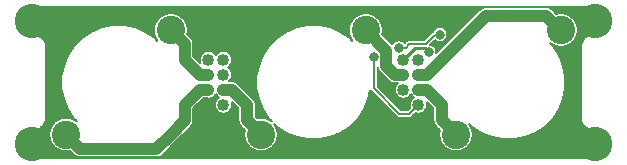
<source format=gbr>
G04 #@! TF.GenerationSoftware,KiCad,Pcbnew,(5.1.4)-1*
G04 #@! TF.CreationDate,2019-11-14T22:55:44-08:00*
G04 #@! TF.ProjectId,SkateLightLEDBoard,536b6174-654c-4696-9768-744c4544426f,rev?*
G04 #@! TF.SameCoordinates,Original*
G04 #@! TF.FileFunction,Copper,L2,Bot*
G04 #@! TF.FilePolarity,Positive*
%FSLAX46Y46*%
G04 Gerber Fmt 4.6, Leading zero omitted, Abs format (unit mm)*
G04 Created by KiCad (PCBNEW (5.1.4)-1) date 2019-11-14 22:55:44*
%MOMM*%
%LPD*%
G04 APERTURE LIST*
%ADD10C,1.016000*%
%ADD11C,2.921000*%
%ADD12C,2.400000*%
%ADD13C,0.800000*%
%ADD14C,0.250000*%
%ADD15C,1.000000*%
%ADD16C,0.200000*%
%ADD17C,0.152400*%
G04 APERTURE END LIST*
D10*
X-8890000Y-1905000D03*
X-7620000Y-1905000D03*
X-8890000Y-635000D03*
X-7620000Y-635000D03*
X-8890000Y635000D03*
X-7620000Y635000D03*
X-8890000Y1905000D03*
X-7620000Y1905000D03*
D11*
X8255000Y-4953000D03*
X8255000Y4953000D03*
X-8255000Y-4953000D03*
X-8255000Y4953000D03*
D10*
X7620000Y-1905000D03*
X8890000Y-1905000D03*
X7620000Y-635000D03*
X8890000Y-635000D03*
X7620000Y635000D03*
X8890000Y635000D03*
X7620000Y1905000D03*
X8890000Y1905000D03*
D11*
X23812500Y5207000D03*
X23812500Y-5207000D03*
X-23812500Y5207000D03*
X-23812500Y-5207000D03*
D12*
X20933000Y4423000D03*
X12087000Y-4423000D03*
X4423000Y4423000D03*
X-4423000Y-4423000D03*
X-12087000Y4423000D03*
X-20933000Y-4423000D03*
D13*
X9786398Y2556260D03*
X5102860Y2176780D03*
X7236460Y2923540D03*
X10716260Y4036060D03*
D14*
X7620000Y1905000D02*
X8577688Y2862688D01*
X8577688Y2862688D02*
X9479970Y2862688D01*
X9479970Y2862688D02*
X9786398Y2556260D01*
D15*
X6155262Y1381318D02*
X6901580Y635000D01*
X6901580Y635000D02*
X7620000Y635000D01*
X6155262Y2690738D02*
X6155262Y1381318D01*
X4423000Y4423000D02*
X6155262Y2690738D01*
X9608420Y-635000D02*
X8890000Y-635000D01*
X10887001Y-1913581D02*
X9608420Y-635000D01*
X10887001Y-3223001D02*
X10887001Y-1913581D01*
X12087000Y-4423000D02*
X10887001Y-3223001D01*
X14596419Y5622999D02*
X9608420Y635000D01*
X9608420Y635000D02*
X8890000Y635000D01*
X19733001Y5622999D02*
X14596419Y5622999D01*
X20933000Y4423000D02*
X19733001Y5622999D01*
X-6901580Y-635000D02*
X-7620000Y-635000D01*
X-5622999Y-1913581D02*
X-6901580Y-635000D01*
X-5622999Y-3223001D02*
X-5622999Y-1913581D01*
X-4423000Y-4423000D02*
X-5622999Y-3223001D01*
X-9608420Y635000D02*
X-8890000Y635000D01*
X-10887001Y1913581D02*
X-9608420Y635000D01*
X-10887001Y3223001D02*
X-10887001Y1913581D01*
X-12087000Y4423000D02*
X-10887001Y3223001D01*
X-13286999Y-5622999D02*
X-12087000Y-4423000D01*
X-19733001Y-5622999D02*
X-13286999Y-5622999D01*
X-20933000Y-4423000D02*
X-19733001Y-5622999D01*
X-9608420Y-635000D02*
X-8890000Y-635000D01*
X-10887001Y-1913581D02*
X-9608420Y-635000D01*
X-10887001Y-3223001D02*
X-10887001Y-1913581D01*
X-12087000Y-4423000D02*
X-10887001Y-3223001D01*
D16*
X5102860Y-513254D02*
X5102860Y2176780D01*
X8890000Y-1905000D02*
X8129599Y-2665401D01*
X7255007Y-2665401D02*
X5102860Y-513254D01*
X8129599Y-2665401D02*
X7255007Y-2665401D01*
X8118704Y3240099D02*
X9513899Y3240099D01*
X7802145Y2923540D02*
X8118704Y3240099D01*
X7236460Y2923540D02*
X7802145Y2923540D01*
X9513899Y3240099D02*
X10309860Y4036060D01*
X10309860Y4036060D02*
X10716260Y4036060D01*
D17*
G36*
X24046977Y6389146D02*
G01*
X24272131Y6321087D01*
X24479769Y6210594D01*
X24661994Y6061874D01*
X24811861Y5880592D01*
X24923662Y5673655D01*
X24993142Y5448940D01*
X25017650Y5215015D01*
X24996254Y4980779D01*
X24929769Y4755161D01*
X24820727Y4546751D01*
X24673283Y4363494D01*
X24493052Y4212365D01*
X24286898Y4099120D01*
X24062680Y4028077D01*
X23822046Y4001168D01*
X23712678Y4004450D01*
X23712535Y4004440D01*
X23651689Y4006439D01*
X23635983Y4005418D01*
X23620244Y4005523D01*
X23616715Y4005176D01*
X23468818Y3989581D01*
X23446230Y3984936D01*
X23423658Y3980623D01*
X23420268Y3979598D01*
X23420262Y3979597D01*
X23420256Y3979595D01*
X23278212Y3935573D01*
X23256947Y3926626D01*
X23235651Y3918014D01*
X23232529Y3916352D01*
X23232519Y3916348D01*
X23232511Y3916343D01*
X23101726Y3845572D01*
X23082657Y3832700D01*
X23063383Y3820079D01*
X23060636Y3817837D01*
X22946080Y3723003D01*
X22929824Y3706622D01*
X22913422Y3690550D01*
X22911168Y3687823D01*
X22911161Y3687816D01*
X22911156Y3687808D01*
X22817208Y3572539D01*
X22804438Y3553306D01*
X22791474Y3534359D01*
X22789794Y3531250D01*
X22789788Y3531241D01*
X22789784Y3531232D01*
X22720014Y3399908D01*
X22711225Y3378563D01*
X22702187Y3357457D01*
X22701139Y3354069D01*
X22658203Y3211685D01*
X22653723Y3189024D01*
X22648961Y3166582D01*
X22648592Y3163064D01*
X22648590Y3163054D01*
X22648590Y3163045D01*
X22636607Y3040410D01*
X22636600Y3040388D01*
X22632924Y3003064D01*
X22632925Y12469D01*
X22632924Y-3003064D01*
X22633436Y-3008265D01*
X22635559Y-3061562D01*
X22637717Y-3077155D01*
X22638755Y-3092856D01*
X22639357Y-3096351D01*
X22665644Y-3242726D01*
X22671922Y-3264941D01*
X22677857Y-3287118D01*
X22679126Y-3290429D01*
X22733343Y-3428910D01*
X22743804Y-3449458D01*
X22753945Y-3470085D01*
X22755830Y-3473082D01*
X22755833Y-3473087D01*
X22755836Y-3473091D01*
X22835915Y-3598399D01*
X22850183Y-3616543D01*
X22864123Y-3634788D01*
X22866553Y-3637361D01*
X22866558Y-3637367D01*
X22866563Y-3637372D01*
X22969455Y-3744738D01*
X22986929Y-3759726D01*
X23004193Y-3774956D01*
X23007083Y-3777011D01*
X23128876Y-3862352D01*
X23148955Y-3873675D01*
X23168822Y-3885247D01*
X23172056Y-3886702D01*
X23308105Y-3946761D01*
X23330039Y-3953981D01*
X23351737Y-3961460D01*
X23355182Y-3962257D01*
X23355192Y-3962260D01*
X23355202Y-3962261D01*
X23500315Y-3994749D01*
X23523186Y-3997565D01*
X23545972Y-4000694D01*
X23549516Y-4000807D01*
X23549517Y-4000807D01*
X23698188Y-4004490D01*
X23698411Y-4004474D01*
X23698937Y-4004490D01*
X23958976Y-4010759D01*
X24188536Y-4061991D01*
X24403777Y-4156838D01*
X24596491Y-4291682D01*
X24759348Y-4461395D01*
X24886136Y-4659503D01*
X24972031Y-4878466D01*
X25013761Y-5109946D01*
X25009734Y-5345124D01*
X24960106Y-5575033D01*
X24866765Y-5790929D01*
X24733268Y-5984583D01*
X24564699Y-6148619D01*
X24367480Y-6276788D01*
X24149119Y-6364210D01*
X23911139Y-6408829D01*
X23804981Y-6413500D01*
X-23799449Y-6413500D01*
X-24046977Y-6389146D01*
X-24272129Y-6321087D01*
X-24479766Y-6210596D01*
X-24661992Y-6061876D01*
X-24811860Y-5880595D01*
X-24923662Y-5673655D01*
X-24993142Y-5448937D01*
X-25017650Y-5215014D01*
X-24996254Y-4980779D01*
X-24929769Y-4755161D01*
X-24820728Y-4546754D01*
X-24673284Y-4363496D01*
X-24576449Y-4282295D01*
X-22361600Y-4282295D01*
X-22361600Y-4563705D01*
X-22306699Y-4839707D01*
X-22199009Y-5099696D01*
X-22042666Y-5333679D01*
X-21843679Y-5532666D01*
X-21609696Y-5689009D01*
X-21349707Y-5796699D01*
X-21073705Y-5851600D01*
X-20792295Y-5851600D01*
X-20577518Y-5808878D01*
X-20273510Y-6112885D01*
X-20250692Y-6140690D01*
X-20139748Y-6231739D01*
X-20024363Y-6293413D01*
X-20013173Y-6299394D01*
X-19875832Y-6341056D01*
X-19733001Y-6355124D01*
X-19697212Y-6351599D01*
X-13322788Y-6351599D01*
X-13286999Y-6355124D01*
X-13251210Y-6351599D01*
X-13144168Y-6341056D01*
X-13006827Y-6299394D01*
X-12880252Y-6231739D01*
X-12769308Y-6140690D01*
X-12746485Y-6112880D01*
X-11546496Y-4912892D01*
X-11546492Y-4912887D01*
X-10397110Y-3763506D01*
X-10369311Y-3740692D01*
X-10278261Y-3629748D01*
X-10210606Y-3503173D01*
X-10168944Y-3365832D01*
X-10158401Y-3258790D01*
X-10158401Y-3258789D01*
X-10154876Y-3223001D01*
X-10158401Y-3187212D01*
X-10158401Y-2215376D01*
X-9306624Y-1363600D01*
X-9002768Y-1363600D01*
X-8962549Y-1371600D01*
X-8817451Y-1371600D01*
X-8675142Y-1343293D01*
X-8541089Y-1287766D01*
X-8420445Y-1207155D01*
X-8317845Y-1104555D01*
X-8255000Y-1010500D01*
X-8192155Y-1104555D01*
X-8089555Y-1207155D01*
X-7995500Y-1270000D01*
X-8089555Y-1332845D01*
X-8192155Y-1435445D01*
X-8272766Y-1556089D01*
X-8328293Y-1690142D01*
X-8356600Y-1832451D01*
X-8356600Y-1977549D01*
X-8328293Y-2119858D01*
X-8272766Y-2253911D01*
X-8192155Y-2374555D01*
X-8089555Y-2477155D01*
X-7968911Y-2557766D01*
X-7834858Y-2613293D01*
X-7692549Y-2641600D01*
X-7547451Y-2641600D01*
X-7405142Y-2613293D01*
X-7271089Y-2557766D01*
X-7150445Y-2477155D01*
X-7047845Y-2374555D01*
X-6967234Y-2253911D01*
X-6911707Y-2119858D01*
X-6883400Y-1977549D01*
X-6883400Y-1832451D01*
X-6911707Y-1690142D01*
X-6936367Y-1630609D01*
X-6351598Y-2215378D01*
X-6351599Y-3187212D01*
X-6355124Y-3223001D01*
X-6348041Y-3294909D01*
X-6341056Y-3365831D01*
X-6299394Y-3503172D01*
X-6231739Y-3629747D01*
X-6140690Y-3740691D01*
X-6112885Y-3763511D01*
X-5808878Y-4067518D01*
X-5851600Y-4282295D01*
X-5851600Y-4563705D01*
X-5796699Y-4839707D01*
X-5689009Y-5099696D01*
X-5532666Y-5333679D01*
X-5333679Y-5532666D01*
X-5099696Y-5689009D01*
X-4839707Y-5796699D01*
X-4563705Y-5851600D01*
X-4282295Y-5851600D01*
X-4006293Y-5796699D01*
X-3746304Y-5689009D01*
X-3512321Y-5532666D01*
X-3313334Y-5333679D01*
X-3156991Y-5099696D01*
X-3049301Y-4839707D01*
X-2994400Y-4563705D01*
X-2994400Y-4282295D01*
X-3049301Y-4006293D01*
X-3156991Y-3746304D01*
X-3307259Y-3521413D01*
X-3078053Y-3750619D01*
X-2287200Y-4279050D01*
X-1408451Y-4643040D01*
X-475576Y-4828600D01*
X475576Y-4828600D01*
X1408451Y-4643040D01*
X2287200Y-4279050D01*
X3078053Y-3750619D01*
X3750619Y-3078053D01*
X4279050Y-2287200D01*
X4643040Y-1408451D01*
X4796698Y-635960D01*
X4797805Y-639611D01*
X4828318Y-696697D01*
X4852120Y-725700D01*
X4869381Y-746733D01*
X4881916Y-757020D01*
X7011245Y-2886350D01*
X7021528Y-2898880D01*
X7034058Y-2909163D01*
X7034060Y-2909165D01*
X7071563Y-2939943D01*
X7102076Y-2956252D01*
X7128649Y-2970456D01*
X7190590Y-2989246D01*
X7238872Y-2994001D01*
X7238884Y-2994001D01*
X7255006Y-2995589D01*
X7271128Y-2994001D01*
X8113467Y-2994001D01*
X8129599Y-2995590D01*
X8145731Y-2994001D01*
X8145734Y-2994001D01*
X8194016Y-2989246D01*
X8255957Y-2970456D01*
X8313042Y-2939943D01*
X8363078Y-2898880D01*
X8373365Y-2886345D01*
X8654831Y-2604880D01*
X8675142Y-2613293D01*
X8817451Y-2641600D01*
X8962549Y-2641600D01*
X9104858Y-2613293D01*
X9238911Y-2557766D01*
X9359555Y-2477155D01*
X9462155Y-2374555D01*
X9542766Y-2253911D01*
X9598293Y-2119858D01*
X9626600Y-1977549D01*
X9626600Y-1832451D01*
X9598293Y-1690142D01*
X9573633Y-1630609D01*
X10158402Y-2215378D01*
X10158401Y-3187212D01*
X10154876Y-3223001D01*
X10161959Y-3294909D01*
X10168944Y-3365831D01*
X10210606Y-3503172D01*
X10278261Y-3629747D01*
X10369310Y-3740691D01*
X10397115Y-3763511D01*
X10701122Y-4067518D01*
X10658400Y-4282295D01*
X10658400Y-4563705D01*
X10713301Y-4839707D01*
X10820991Y-5099696D01*
X10977334Y-5333679D01*
X11176321Y-5532666D01*
X11410304Y-5689009D01*
X11670293Y-5796699D01*
X11946295Y-5851600D01*
X12227705Y-5851600D01*
X12503707Y-5796699D01*
X12763696Y-5689009D01*
X12997679Y-5532666D01*
X13196666Y-5333679D01*
X13353009Y-5099696D01*
X13460699Y-4839707D01*
X13515600Y-4563705D01*
X13515600Y-4282295D01*
X13460699Y-4006293D01*
X13353009Y-3746304D01*
X13202741Y-3521413D01*
X13431947Y-3750619D01*
X14222800Y-4279050D01*
X15101549Y-4643040D01*
X16034424Y-4828600D01*
X16985576Y-4828600D01*
X17918451Y-4643040D01*
X18797200Y-4279050D01*
X19588053Y-3750619D01*
X20260619Y-3078053D01*
X20789050Y-2287200D01*
X21153040Y-1408451D01*
X21338600Y-475576D01*
X21338600Y475576D01*
X21153040Y1408451D01*
X20789050Y2287200D01*
X20260619Y3078053D01*
X20031413Y3307259D01*
X20256304Y3156991D01*
X20516293Y3049301D01*
X20792295Y2994400D01*
X21073705Y2994400D01*
X21349707Y3049301D01*
X21609696Y3156991D01*
X21843679Y3313334D01*
X22042666Y3512321D01*
X22199009Y3746304D01*
X22306699Y4006293D01*
X22361600Y4282295D01*
X22361600Y4563705D01*
X22306699Y4839707D01*
X22199009Y5099696D01*
X22042666Y5333679D01*
X21843679Y5532666D01*
X21609696Y5689009D01*
X21349707Y5796699D01*
X21073705Y5851600D01*
X20792295Y5851600D01*
X20577518Y5808878D01*
X20273515Y6112880D01*
X20250692Y6140690D01*
X20139748Y6231739D01*
X20013173Y6299394D01*
X19875832Y6341056D01*
X19768790Y6351599D01*
X19733001Y6355124D01*
X19697212Y6351599D01*
X14632208Y6351599D01*
X14596419Y6355124D01*
X14560630Y6351599D01*
X14453588Y6341056D01*
X14316247Y6299394D01*
X14189672Y6231739D01*
X14078728Y6140690D01*
X14055910Y6112886D01*
X10409442Y2466418D01*
X10414998Y2494348D01*
X10414998Y2618172D01*
X10390842Y2739616D01*
X10343457Y2854014D01*
X10274664Y2956969D01*
X10187107Y3044526D01*
X10084152Y3113319D01*
X9969754Y3160704D01*
X9910917Y3172407D01*
X10300928Y3562417D01*
X10315551Y3547794D01*
X10418506Y3479001D01*
X10532904Y3431616D01*
X10654348Y3407460D01*
X10778172Y3407460D01*
X10899616Y3431616D01*
X11014014Y3479001D01*
X11116969Y3547794D01*
X11204526Y3635351D01*
X11273319Y3738306D01*
X11320704Y3852704D01*
X11344860Y3974148D01*
X11344860Y4097972D01*
X11320704Y4219416D01*
X11273319Y4333814D01*
X11204526Y4436769D01*
X11116969Y4524326D01*
X11014014Y4593119D01*
X10899616Y4640504D01*
X10778172Y4664660D01*
X10654348Y4664660D01*
X10532904Y4640504D01*
X10418506Y4593119D01*
X10315551Y4524326D01*
X10227994Y4436769D01*
X10159201Y4333814D01*
X10156175Y4326508D01*
X10126416Y4310602D01*
X10096502Y4286052D01*
X10076381Y4269539D01*
X10066098Y4257009D01*
X9377789Y3568699D01*
X8134835Y3568699D01*
X8118703Y3570288D01*
X8102571Y3568699D01*
X8102569Y3568699D01*
X8054287Y3563944D01*
X8001138Y3547821D01*
X7992346Y3545154D01*
X7935260Y3514641D01*
X7897757Y3483863D01*
X7885225Y3473578D01*
X7874942Y3461048D01*
X7730100Y3316206D01*
X7724726Y3324249D01*
X7637169Y3411806D01*
X7534214Y3480599D01*
X7419816Y3527984D01*
X7298372Y3552140D01*
X7174548Y3552140D01*
X7053104Y3527984D01*
X6938706Y3480599D01*
X6835751Y3411806D01*
X6748194Y3324249D01*
X6679401Y3221294D01*
X6673696Y3207522D01*
X6672952Y3208429D01*
X6645153Y3231243D01*
X5808878Y4067518D01*
X5851600Y4282295D01*
X5851600Y4563705D01*
X5796699Y4839707D01*
X5689009Y5099696D01*
X5532666Y5333679D01*
X5333679Y5532666D01*
X5099696Y5689009D01*
X4839707Y5796699D01*
X4563705Y5851600D01*
X4282295Y5851600D01*
X4006293Y5796699D01*
X3746304Y5689009D01*
X3512321Y5532666D01*
X3313334Y5333679D01*
X3156991Y5099696D01*
X3049301Y4839707D01*
X2994400Y4563705D01*
X2994400Y4282295D01*
X3049301Y4006293D01*
X3156991Y3746304D01*
X3307259Y3521413D01*
X3078053Y3750619D01*
X2287200Y4279050D01*
X1408451Y4643040D01*
X475576Y4828600D01*
X-475576Y4828600D01*
X-1408451Y4643040D01*
X-2287200Y4279050D01*
X-3078053Y3750619D01*
X-3750619Y3078053D01*
X-4279050Y2287200D01*
X-4643040Y1408451D01*
X-4828600Y475576D01*
X-4828600Y-475576D01*
X-4643040Y-1408451D01*
X-4279050Y-2287200D01*
X-3750619Y-3078053D01*
X-3521413Y-3307259D01*
X-3746304Y-3156991D01*
X-4006293Y-3049301D01*
X-4282295Y-2994400D01*
X-4563705Y-2994400D01*
X-4778482Y-3037122D01*
X-4894399Y-2921206D01*
X-4894399Y-1949372D01*
X-4890874Y-1913581D01*
X-4904941Y-1770750D01*
X-4946604Y-1633409D01*
X-4974534Y-1581156D01*
X-5014259Y-1506834D01*
X-5105308Y-1395890D01*
X-5133113Y-1373072D01*
X-6361066Y-145119D01*
X-6383889Y-117309D01*
X-6494833Y-26260D01*
X-6621408Y41395D01*
X-6758749Y83057D01*
X-6865791Y93600D01*
X-6901580Y97125D01*
X-6937369Y93600D01*
X-7119690Y93600D01*
X-7047845Y165445D01*
X-6967234Y286089D01*
X-6911707Y420142D01*
X-6883400Y562451D01*
X-6883400Y707549D01*
X-6911707Y849858D01*
X-6967234Y983911D01*
X-7047845Y1104555D01*
X-7150445Y1207155D01*
X-7244500Y1270000D01*
X-7150445Y1332845D01*
X-7047845Y1435445D01*
X-6967234Y1556089D01*
X-6911707Y1690142D01*
X-6883400Y1832451D01*
X-6883400Y1977549D01*
X-6911707Y2119858D01*
X-6967234Y2253911D01*
X-7047845Y2374555D01*
X-7150445Y2477155D01*
X-7271089Y2557766D01*
X-7405142Y2613293D01*
X-7547451Y2641600D01*
X-7692549Y2641600D01*
X-7834858Y2613293D01*
X-7968911Y2557766D01*
X-8089555Y2477155D01*
X-8192155Y2374555D01*
X-8255000Y2280500D01*
X-8317845Y2374555D01*
X-8420445Y2477155D01*
X-8541089Y2557766D01*
X-8675142Y2613293D01*
X-8817451Y2641600D01*
X-8962549Y2641600D01*
X-9104858Y2613293D01*
X-9238911Y2557766D01*
X-9359555Y2477155D01*
X-9462155Y2374555D01*
X-9542766Y2253911D01*
X-9598293Y2119858D01*
X-9626600Y1977549D01*
X-9626600Y1832451D01*
X-9598293Y1690142D01*
X-9573633Y1630609D01*
X-10158401Y2215376D01*
X-10158401Y3187212D01*
X-10154876Y3223001D01*
X-10168944Y3365832D01*
X-10210606Y3503173D01*
X-10224510Y3529186D01*
X-10278261Y3629748D01*
X-10369311Y3740692D01*
X-10397110Y3763506D01*
X-10701122Y4067518D01*
X-10658400Y4282295D01*
X-10658400Y4563705D01*
X-10713301Y4839707D01*
X-10820991Y5099696D01*
X-10977334Y5333679D01*
X-11176321Y5532666D01*
X-11410304Y5689009D01*
X-11670293Y5796699D01*
X-11946295Y5851600D01*
X-12227705Y5851600D01*
X-12503707Y5796699D01*
X-12763696Y5689009D01*
X-12997679Y5532666D01*
X-13196666Y5333679D01*
X-13353009Y5099696D01*
X-13460699Y4839707D01*
X-13515600Y4563705D01*
X-13515600Y4282295D01*
X-13460699Y4006293D01*
X-13353009Y3746304D01*
X-13202741Y3521413D01*
X-13431947Y3750619D01*
X-14222800Y4279050D01*
X-15101549Y4643040D01*
X-16034424Y4828600D01*
X-16985576Y4828600D01*
X-17918451Y4643040D01*
X-18797200Y4279050D01*
X-19588053Y3750619D01*
X-20260619Y3078053D01*
X-20789050Y2287200D01*
X-21153040Y1408451D01*
X-21338600Y475576D01*
X-21338600Y-475576D01*
X-21153040Y-1408451D01*
X-20789050Y-2287200D01*
X-20260619Y-3078053D01*
X-20031413Y-3307259D01*
X-20256304Y-3156991D01*
X-20516293Y-3049301D01*
X-20792295Y-2994400D01*
X-21073705Y-2994400D01*
X-21349707Y-3049301D01*
X-21609696Y-3156991D01*
X-21843679Y-3313334D01*
X-22042666Y-3512321D01*
X-22199009Y-3746304D01*
X-22306699Y-4006293D01*
X-22361600Y-4282295D01*
X-24576449Y-4282295D01*
X-24493057Y-4212368D01*
X-24286899Y-4099121D01*
X-24062680Y-4028077D01*
X-23822052Y-4001167D01*
X-23712678Y-4004450D01*
X-23712535Y-4004440D01*
X-23651689Y-4006439D01*
X-23635983Y-4005418D01*
X-23620244Y-4005523D01*
X-23616714Y-4005176D01*
X-23468818Y-3989581D01*
X-23446193Y-3984929D01*
X-23423658Y-3980622D01*
X-23420265Y-3979598D01*
X-23420259Y-3979596D01*
X-23278212Y-3935573D01*
X-23256934Y-3926620D01*
X-23235652Y-3918014D01*
X-23232529Y-3916352D01*
X-23232519Y-3916348D01*
X-23232511Y-3916343D01*
X-23101727Y-3845572D01*
X-23082619Y-3832675D01*
X-23063384Y-3820079D01*
X-23060636Y-3817837D01*
X-22946081Y-3723003D01*
X-22929839Y-3706637D01*
X-22913423Y-3690550D01*
X-22911163Y-3687817D01*
X-22817208Y-3572540D01*
X-22804442Y-3553312D01*
X-22791474Y-3534359D01*
X-22789788Y-3531240D01*
X-22720014Y-3399908D01*
X-22711215Y-3378539D01*
X-22702187Y-3357457D01*
X-22701139Y-3354069D01*
X-22658203Y-3211685D01*
X-22653723Y-3189024D01*
X-22648961Y-3166582D01*
X-22648592Y-3163064D01*
X-22648590Y-3163054D01*
X-22648590Y-3163045D01*
X-22636607Y-3040411D01*
X-22636600Y-3040389D01*
X-22632924Y-3003065D01*
X-22632924Y3003065D01*
X-22633436Y3008266D01*
X-22635559Y3061562D01*
X-22637717Y3077155D01*
X-22638755Y3092856D01*
X-22639357Y3096350D01*
X-22665644Y3242726D01*
X-22671922Y3264941D01*
X-22677857Y3287118D01*
X-22679126Y3290429D01*
X-22733343Y3428910D01*
X-22743804Y3449458D01*
X-22753945Y3470085D01*
X-22755830Y3473082D01*
X-22755833Y3473087D01*
X-22755836Y3473091D01*
X-22835915Y3598399D01*
X-22850210Y3616578D01*
X-22864123Y3634789D01*
X-22866553Y3637361D01*
X-22866558Y3637367D01*
X-22866563Y3637372D01*
X-22969455Y3744738D01*
X-22986951Y3759744D01*
X-23004193Y3774955D01*
X-23007083Y3777011D01*
X-23128876Y3862352D01*
X-23148955Y3873675D01*
X-23168822Y3885247D01*
X-23172047Y3886697D01*
X-23172056Y3886702D01*
X-23172065Y3886705D01*
X-23308105Y3946761D01*
X-23330049Y3953984D01*
X-23351737Y3961460D01*
X-23355182Y3962257D01*
X-23355192Y3962260D01*
X-23355202Y3962261D01*
X-23500316Y3994749D01*
X-23523210Y3997568D01*
X-23545972Y4000694D01*
X-23549506Y4000807D01*
X-23549517Y4000808D01*
X-23549527Y4000807D01*
X-23698188Y4004490D01*
X-23698411Y4004474D01*
X-23698936Y4004490D01*
X-23958976Y4010759D01*
X-24188535Y4061991D01*
X-24403777Y4156838D01*
X-24596491Y4291682D01*
X-24759348Y4461395D01*
X-24886136Y4659503D01*
X-24972031Y4878466D01*
X-25013761Y5109947D01*
X-25009734Y5345124D01*
X-24960106Y5575033D01*
X-24866764Y5790931D01*
X-24733264Y5984587D01*
X-24564697Y6148620D01*
X-24367478Y6276789D01*
X-24149119Y6364210D01*
X-23911139Y6408829D01*
X-23804982Y6413500D01*
X23799449Y6413500D01*
X24046977Y6389146D01*
X24046977Y6389146D01*
G37*
X24046977Y6389146D02*
X24272131Y6321087D01*
X24479769Y6210594D01*
X24661994Y6061874D01*
X24811861Y5880592D01*
X24923662Y5673655D01*
X24993142Y5448940D01*
X25017650Y5215015D01*
X24996254Y4980779D01*
X24929769Y4755161D01*
X24820727Y4546751D01*
X24673283Y4363494D01*
X24493052Y4212365D01*
X24286898Y4099120D01*
X24062680Y4028077D01*
X23822046Y4001168D01*
X23712678Y4004450D01*
X23712535Y4004440D01*
X23651689Y4006439D01*
X23635983Y4005418D01*
X23620244Y4005523D01*
X23616715Y4005176D01*
X23468818Y3989581D01*
X23446230Y3984936D01*
X23423658Y3980623D01*
X23420268Y3979598D01*
X23420262Y3979597D01*
X23420256Y3979595D01*
X23278212Y3935573D01*
X23256947Y3926626D01*
X23235651Y3918014D01*
X23232529Y3916352D01*
X23232519Y3916348D01*
X23232511Y3916343D01*
X23101726Y3845572D01*
X23082657Y3832700D01*
X23063383Y3820079D01*
X23060636Y3817837D01*
X22946080Y3723003D01*
X22929824Y3706622D01*
X22913422Y3690550D01*
X22911168Y3687823D01*
X22911161Y3687816D01*
X22911156Y3687808D01*
X22817208Y3572539D01*
X22804438Y3553306D01*
X22791474Y3534359D01*
X22789794Y3531250D01*
X22789788Y3531241D01*
X22789784Y3531232D01*
X22720014Y3399908D01*
X22711225Y3378563D01*
X22702187Y3357457D01*
X22701139Y3354069D01*
X22658203Y3211685D01*
X22653723Y3189024D01*
X22648961Y3166582D01*
X22648592Y3163064D01*
X22648590Y3163054D01*
X22648590Y3163045D01*
X22636607Y3040410D01*
X22636600Y3040388D01*
X22632924Y3003064D01*
X22632925Y12469D01*
X22632924Y-3003064D01*
X22633436Y-3008265D01*
X22635559Y-3061562D01*
X22637717Y-3077155D01*
X22638755Y-3092856D01*
X22639357Y-3096351D01*
X22665644Y-3242726D01*
X22671922Y-3264941D01*
X22677857Y-3287118D01*
X22679126Y-3290429D01*
X22733343Y-3428910D01*
X22743804Y-3449458D01*
X22753945Y-3470085D01*
X22755830Y-3473082D01*
X22755833Y-3473087D01*
X22755836Y-3473091D01*
X22835915Y-3598399D01*
X22850183Y-3616543D01*
X22864123Y-3634788D01*
X22866553Y-3637361D01*
X22866558Y-3637367D01*
X22866563Y-3637372D01*
X22969455Y-3744738D01*
X22986929Y-3759726D01*
X23004193Y-3774956D01*
X23007083Y-3777011D01*
X23128876Y-3862352D01*
X23148955Y-3873675D01*
X23168822Y-3885247D01*
X23172056Y-3886702D01*
X23308105Y-3946761D01*
X23330039Y-3953981D01*
X23351737Y-3961460D01*
X23355182Y-3962257D01*
X23355192Y-3962260D01*
X23355202Y-3962261D01*
X23500315Y-3994749D01*
X23523186Y-3997565D01*
X23545972Y-4000694D01*
X23549516Y-4000807D01*
X23549517Y-4000807D01*
X23698188Y-4004490D01*
X23698411Y-4004474D01*
X23698937Y-4004490D01*
X23958976Y-4010759D01*
X24188536Y-4061991D01*
X24403777Y-4156838D01*
X24596491Y-4291682D01*
X24759348Y-4461395D01*
X24886136Y-4659503D01*
X24972031Y-4878466D01*
X25013761Y-5109946D01*
X25009734Y-5345124D01*
X24960106Y-5575033D01*
X24866765Y-5790929D01*
X24733268Y-5984583D01*
X24564699Y-6148619D01*
X24367480Y-6276788D01*
X24149119Y-6364210D01*
X23911139Y-6408829D01*
X23804981Y-6413500D01*
X-23799449Y-6413500D01*
X-24046977Y-6389146D01*
X-24272129Y-6321087D01*
X-24479766Y-6210596D01*
X-24661992Y-6061876D01*
X-24811860Y-5880595D01*
X-24923662Y-5673655D01*
X-24993142Y-5448937D01*
X-25017650Y-5215014D01*
X-24996254Y-4980779D01*
X-24929769Y-4755161D01*
X-24820728Y-4546754D01*
X-24673284Y-4363496D01*
X-24576449Y-4282295D01*
X-22361600Y-4282295D01*
X-22361600Y-4563705D01*
X-22306699Y-4839707D01*
X-22199009Y-5099696D01*
X-22042666Y-5333679D01*
X-21843679Y-5532666D01*
X-21609696Y-5689009D01*
X-21349707Y-5796699D01*
X-21073705Y-5851600D01*
X-20792295Y-5851600D01*
X-20577518Y-5808878D01*
X-20273510Y-6112885D01*
X-20250692Y-6140690D01*
X-20139748Y-6231739D01*
X-20024363Y-6293413D01*
X-20013173Y-6299394D01*
X-19875832Y-6341056D01*
X-19733001Y-6355124D01*
X-19697212Y-6351599D01*
X-13322788Y-6351599D01*
X-13286999Y-6355124D01*
X-13251210Y-6351599D01*
X-13144168Y-6341056D01*
X-13006827Y-6299394D01*
X-12880252Y-6231739D01*
X-12769308Y-6140690D01*
X-12746485Y-6112880D01*
X-11546496Y-4912892D01*
X-11546492Y-4912887D01*
X-10397110Y-3763506D01*
X-10369311Y-3740692D01*
X-10278261Y-3629748D01*
X-10210606Y-3503173D01*
X-10168944Y-3365832D01*
X-10158401Y-3258790D01*
X-10158401Y-3258789D01*
X-10154876Y-3223001D01*
X-10158401Y-3187212D01*
X-10158401Y-2215376D01*
X-9306624Y-1363600D01*
X-9002768Y-1363600D01*
X-8962549Y-1371600D01*
X-8817451Y-1371600D01*
X-8675142Y-1343293D01*
X-8541089Y-1287766D01*
X-8420445Y-1207155D01*
X-8317845Y-1104555D01*
X-8255000Y-1010500D01*
X-8192155Y-1104555D01*
X-8089555Y-1207155D01*
X-7995500Y-1270000D01*
X-8089555Y-1332845D01*
X-8192155Y-1435445D01*
X-8272766Y-1556089D01*
X-8328293Y-1690142D01*
X-8356600Y-1832451D01*
X-8356600Y-1977549D01*
X-8328293Y-2119858D01*
X-8272766Y-2253911D01*
X-8192155Y-2374555D01*
X-8089555Y-2477155D01*
X-7968911Y-2557766D01*
X-7834858Y-2613293D01*
X-7692549Y-2641600D01*
X-7547451Y-2641600D01*
X-7405142Y-2613293D01*
X-7271089Y-2557766D01*
X-7150445Y-2477155D01*
X-7047845Y-2374555D01*
X-6967234Y-2253911D01*
X-6911707Y-2119858D01*
X-6883400Y-1977549D01*
X-6883400Y-1832451D01*
X-6911707Y-1690142D01*
X-6936367Y-1630609D01*
X-6351598Y-2215378D01*
X-6351599Y-3187212D01*
X-6355124Y-3223001D01*
X-6348041Y-3294909D01*
X-6341056Y-3365831D01*
X-6299394Y-3503172D01*
X-6231739Y-3629747D01*
X-6140690Y-3740691D01*
X-6112885Y-3763511D01*
X-5808878Y-4067518D01*
X-5851600Y-4282295D01*
X-5851600Y-4563705D01*
X-5796699Y-4839707D01*
X-5689009Y-5099696D01*
X-5532666Y-5333679D01*
X-5333679Y-5532666D01*
X-5099696Y-5689009D01*
X-4839707Y-5796699D01*
X-4563705Y-5851600D01*
X-4282295Y-5851600D01*
X-4006293Y-5796699D01*
X-3746304Y-5689009D01*
X-3512321Y-5532666D01*
X-3313334Y-5333679D01*
X-3156991Y-5099696D01*
X-3049301Y-4839707D01*
X-2994400Y-4563705D01*
X-2994400Y-4282295D01*
X-3049301Y-4006293D01*
X-3156991Y-3746304D01*
X-3307259Y-3521413D01*
X-3078053Y-3750619D01*
X-2287200Y-4279050D01*
X-1408451Y-4643040D01*
X-475576Y-4828600D01*
X475576Y-4828600D01*
X1408451Y-4643040D01*
X2287200Y-4279050D01*
X3078053Y-3750619D01*
X3750619Y-3078053D01*
X4279050Y-2287200D01*
X4643040Y-1408451D01*
X4796698Y-635960D01*
X4797805Y-639611D01*
X4828318Y-696697D01*
X4852120Y-725700D01*
X4869381Y-746733D01*
X4881916Y-757020D01*
X7011245Y-2886350D01*
X7021528Y-2898880D01*
X7034058Y-2909163D01*
X7034060Y-2909165D01*
X7071563Y-2939943D01*
X7102076Y-2956252D01*
X7128649Y-2970456D01*
X7190590Y-2989246D01*
X7238872Y-2994001D01*
X7238884Y-2994001D01*
X7255006Y-2995589D01*
X7271128Y-2994001D01*
X8113467Y-2994001D01*
X8129599Y-2995590D01*
X8145731Y-2994001D01*
X8145734Y-2994001D01*
X8194016Y-2989246D01*
X8255957Y-2970456D01*
X8313042Y-2939943D01*
X8363078Y-2898880D01*
X8373365Y-2886345D01*
X8654831Y-2604880D01*
X8675142Y-2613293D01*
X8817451Y-2641600D01*
X8962549Y-2641600D01*
X9104858Y-2613293D01*
X9238911Y-2557766D01*
X9359555Y-2477155D01*
X9462155Y-2374555D01*
X9542766Y-2253911D01*
X9598293Y-2119858D01*
X9626600Y-1977549D01*
X9626600Y-1832451D01*
X9598293Y-1690142D01*
X9573633Y-1630609D01*
X10158402Y-2215378D01*
X10158401Y-3187212D01*
X10154876Y-3223001D01*
X10161959Y-3294909D01*
X10168944Y-3365831D01*
X10210606Y-3503172D01*
X10278261Y-3629747D01*
X10369310Y-3740691D01*
X10397115Y-3763511D01*
X10701122Y-4067518D01*
X10658400Y-4282295D01*
X10658400Y-4563705D01*
X10713301Y-4839707D01*
X10820991Y-5099696D01*
X10977334Y-5333679D01*
X11176321Y-5532666D01*
X11410304Y-5689009D01*
X11670293Y-5796699D01*
X11946295Y-5851600D01*
X12227705Y-5851600D01*
X12503707Y-5796699D01*
X12763696Y-5689009D01*
X12997679Y-5532666D01*
X13196666Y-5333679D01*
X13353009Y-5099696D01*
X13460699Y-4839707D01*
X13515600Y-4563705D01*
X13515600Y-4282295D01*
X13460699Y-4006293D01*
X13353009Y-3746304D01*
X13202741Y-3521413D01*
X13431947Y-3750619D01*
X14222800Y-4279050D01*
X15101549Y-4643040D01*
X16034424Y-4828600D01*
X16985576Y-4828600D01*
X17918451Y-4643040D01*
X18797200Y-4279050D01*
X19588053Y-3750619D01*
X20260619Y-3078053D01*
X20789050Y-2287200D01*
X21153040Y-1408451D01*
X21338600Y-475576D01*
X21338600Y475576D01*
X21153040Y1408451D01*
X20789050Y2287200D01*
X20260619Y3078053D01*
X20031413Y3307259D01*
X20256304Y3156991D01*
X20516293Y3049301D01*
X20792295Y2994400D01*
X21073705Y2994400D01*
X21349707Y3049301D01*
X21609696Y3156991D01*
X21843679Y3313334D01*
X22042666Y3512321D01*
X22199009Y3746304D01*
X22306699Y4006293D01*
X22361600Y4282295D01*
X22361600Y4563705D01*
X22306699Y4839707D01*
X22199009Y5099696D01*
X22042666Y5333679D01*
X21843679Y5532666D01*
X21609696Y5689009D01*
X21349707Y5796699D01*
X21073705Y5851600D01*
X20792295Y5851600D01*
X20577518Y5808878D01*
X20273515Y6112880D01*
X20250692Y6140690D01*
X20139748Y6231739D01*
X20013173Y6299394D01*
X19875832Y6341056D01*
X19768790Y6351599D01*
X19733001Y6355124D01*
X19697212Y6351599D01*
X14632208Y6351599D01*
X14596419Y6355124D01*
X14560630Y6351599D01*
X14453588Y6341056D01*
X14316247Y6299394D01*
X14189672Y6231739D01*
X14078728Y6140690D01*
X14055910Y6112886D01*
X10409442Y2466418D01*
X10414998Y2494348D01*
X10414998Y2618172D01*
X10390842Y2739616D01*
X10343457Y2854014D01*
X10274664Y2956969D01*
X10187107Y3044526D01*
X10084152Y3113319D01*
X9969754Y3160704D01*
X9910917Y3172407D01*
X10300928Y3562417D01*
X10315551Y3547794D01*
X10418506Y3479001D01*
X10532904Y3431616D01*
X10654348Y3407460D01*
X10778172Y3407460D01*
X10899616Y3431616D01*
X11014014Y3479001D01*
X11116969Y3547794D01*
X11204526Y3635351D01*
X11273319Y3738306D01*
X11320704Y3852704D01*
X11344860Y3974148D01*
X11344860Y4097972D01*
X11320704Y4219416D01*
X11273319Y4333814D01*
X11204526Y4436769D01*
X11116969Y4524326D01*
X11014014Y4593119D01*
X10899616Y4640504D01*
X10778172Y4664660D01*
X10654348Y4664660D01*
X10532904Y4640504D01*
X10418506Y4593119D01*
X10315551Y4524326D01*
X10227994Y4436769D01*
X10159201Y4333814D01*
X10156175Y4326508D01*
X10126416Y4310602D01*
X10096502Y4286052D01*
X10076381Y4269539D01*
X10066098Y4257009D01*
X9377789Y3568699D01*
X8134835Y3568699D01*
X8118703Y3570288D01*
X8102571Y3568699D01*
X8102569Y3568699D01*
X8054287Y3563944D01*
X8001138Y3547821D01*
X7992346Y3545154D01*
X7935260Y3514641D01*
X7897757Y3483863D01*
X7885225Y3473578D01*
X7874942Y3461048D01*
X7730100Y3316206D01*
X7724726Y3324249D01*
X7637169Y3411806D01*
X7534214Y3480599D01*
X7419816Y3527984D01*
X7298372Y3552140D01*
X7174548Y3552140D01*
X7053104Y3527984D01*
X6938706Y3480599D01*
X6835751Y3411806D01*
X6748194Y3324249D01*
X6679401Y3221294D01*
X6673696Y3207522D01*
X6672952Y3208429D01*
X6645153Y3231243D01*
X5808878Y4067518D01*
X5851600Y4282295D01*
X5851600Y4563705D01*
X5796699Y4839707D01*
X5689009Y5099696D01*
X5532666Y5333679D01*
X5333679Y5532666D01*
X5099696Y5689009D01*
X4839707Y5796699D01*
X4563705Y5851600D01*
X4282295Y5851600D01*
X4006293Y5796699D01*
X3746304Y5689009D01*
X3512321Y5532666D01*
X3313334Y5333679D01*
X3156991Y5099696D01*
X3049301Y4839707D01*
X2994400Y4563705D01*
X2994400Y4282295D01*
X3049301Y4006293D01*
X3156991Y3746304D01*
X3307259Y3521413D01*
X3078053Y3750619D01*
X2287200Y4279050D01*
X1408451Y4643040D01*
X475576Y4828600D01*
X-475576Y4828600D01*
X-1408451Y4643040D01*
X-2287200Y4279050D01*
X-3078053Y3750619D01*
X-3750619Y3078053D01*
X-4279050Y2287200D01*
X-4643040Y1408451D01*
X-4828600Y475576D01*
X-4828600Y-475576D01*
X-4643040Y-1408451D01*
X-4279050Y-2287200D01*
X-3750619Y-3078053D01*
X-3521413Y-3307259D01*
X-3746304Y-3156991D01*
X-4006293Y-3049301D01*
X-4282295Y-2994400D01*
X-4563705Y-2994400D01*
X-4778482Y-3037122D01*
X-4894399Y-2921206D01*
X-4894399Y-1949372D01*
X-4890874Y-1913581D01*
X-4904941Y-1770750D01*
X-4946604Y-1633409D01*
X-4974534Y-1581156D01*
X-5014259Y-1506834D01*
X-5105308Y-1395890D01*
X-5133113Y-1373072D01*
X-6361066Y-145119D01*
X-6383889Y-117309D01*
X-6494833Y-26260D01*
X-6621408Y41395D01*
X-6758749Y83057D01*
X-6865791Y93600D01*
X-6901580Y97125D01*
X-6937369Y93600D01*
X-7119690Y93600D01*
X-7047845Y165445D01*
X-6967234Y286089D01*
X-6911707Y420142D01*
X-6883400Y562451D01*
X-6883400Y707549D01*
X-6911707Y849858D01*
X-6967234Y983911D01*
X-7047845Y1104555D01*
X-7150445Y1207155D01*
X-7244500Y1270000D01*
X-7150445Y1332845D01*
X-7047845Y1435445D01*
X-6967234Y1556089D01*
X-6911707Y1690142D01*
X-6883400Y1832451D01*
X-6883400Y1977549D01*
X-6911707Y2119858D01*
X-6967234Y2253911D01*
X-7047845Y2374555D01*
X-7150445Y2477155D01*
X-7271089Y2557766D01*
X-7405142Y2613293D01*
X-7547451Y2641600D01*
X-7692549Y2641600D01*
X-7834858Y2613293D01*
X-7968911Y2557766D01*
X-8089555Y2477155D01*
X-8192155Y2374555D01*
X-8255000Y2280500D01*
X-8317845Y2374555D01*
X-8420445Y2477155D01*
X-8541089Y2557766D01*
X-8675142Y2613293D01*
X-8817451Y2641600D01*
X-8962549Y2641600D01*
X-9104858Y2613293D01*
X-9238911Y2557766D01*
X-9359555Y2477155D01*
X-9462155Y2374555D01*
X-9542766Y2253911D01*
X-9598293Y2119858D01*
X-9626600Y1977549D01*
X-9626600Y1832451D01*
X-9598293Y1690142D01*
X-9573633Y1630609D01*
X-10158401Y2215376D01*
X-10158401Y3187212D01*
X-10154876Y3223001D01*
X-10168944Y3365832D01*
X-10210606Y3503173D01*
X-10224510Y3529186D01*
X-10278261Y3629748D01*
X-10369311Y3740692D01*
X-10397110Y3763506D01*
X-10701122Y4067518D01*
X-10658400Y4282295D01*
X-10658400Y4563705D01*
X-10713301Y4839707D01*
X-10820991Y5099696D01*
X-10977334Y5333679D01*
X-11176321Y5532666D01*
X-11410304Y5689009D01*
X-11670293Y5796699D01*
X-11946295Y5851600D01*
X-12227705Y5851600D01*
X-12503707Y5796699D01*
X-12763696Y5689009D01*
X-12997679Y5532666D01*
X-13196666Y5333679D01*
X-13353009Y5099696D01*
X-13460699Y4839707D01*
X-13515600Y4563705D01*
X-13515600Y4282295D01*
X-13460699Y4006293D01*
X-13353009Y3746304D01*
X-13202741Y3521413D01*
X-13431947Y3750619D01*
X-14222800Y4279050D01*
X-15101549Y4643040D01*
X-16034424Y4828600D01*
X-16985576Y4828600D01*
X-17918451Y4643040D01*
X-18797200Y4279050D01*
X-19588053Y3750619D01*
X-20260619Y3078053D01*
X-20789050Y2287200D01*
X-21153040Y1408451D01*
X-21338600Y475576D01*
X-21338600Y-475576D01*
X-21153040Y-1408451D01*
X-20789050Y-2287200D01*
X-20260619Y-3078053D01*
X-20031413Y-3307259D01*
X-20256304Y-3156991D01*
X-20516293Y-3049301D01*
X-20792295Y-2994400D01*
X-21073705Y-2994400D01*
X-21349707Y-3049301D01*
X-21609696Y-3156991D01*
X-21843679Y-3313334D01*
X-22042666Y-3512321D01*
X-22199009Y-3746304D01*
X-22306699Y-4006293D01*
X-22361600Y-4282295D01*
X-24576449Y-4282295D01*
X-24493057Y-4212368D01*
X-24286899Y-4099121D01*
X-24062680Y-4028077D01*
X-23822052Y-4001167D01*
X-23712678Y-4004450D01*
X-23712535Y-4004440D01*
X-23651689Y-4006439D01*
X-23635983Y-4005418D01*
X-23620244Y-4005523D01*
X-23616714Y-4005176D01*
X-23468818Y-3989581D01*
X-23446193Y-3984929D01*
X-23423658Y-3980622D01*
X-23420265Y-3979598D01*
X-23420259Y-3979596D01*
X-23278212Y-3935573D01*
X-23256934Y-3926620D01*
X-23235652Y-3918014D01*
X-23232529Y-3916352D01*
X-23232519Y-3916348D01*
X-23232511Y-3916343D01*
X-23101727Y-3845572D01*
X-23082619Y-3832675D01*
X-23063384Y-3820079D01*
X-23060636Y-3817837D01*
X-22946081Y-3723003D01*
X-22929839Y-3706637D01*
X-22913423Y-3690550D01*
X-22911163Y-3687817D01*
X-22817208Y-3572540D01*
X-22804442Y-3553312D01*
X-22791474Y-3534359D01*
X-22789788Y-3531240D01*
X-22720014Y-3399908D01*
X-22711215Y-3378539D01*
X-22702187Y-3357457D01*
X-22701139Y-3354069D01*
X-22658203Y-3211685D01*
X-22653723Y-3189024D01*
X-22648961Y-3166582D01*
X-22648592Y-3163064D01*
X-22648590Y-3163054D01*
X-22648590Y-3163045D01*
X-22636607Y-3040411D01*
X-22636600Y-3040389D01*
X-22632924Y-3003065D01*
X-22632924Y3003065D01*
X-22633436Y3008266D01*
X-22635559Y3061562D01*
X-22637717Y3077155D01*
X-22638755Y3092856D01*
X-22639357Y3096350D01*
X-22665644Y3242726D01*
X-22671922Y3264941D01*
X-22677857Y3287118D01*
X-22679126Y3290429D01*
X-22733343Y3428910D01*
X-22743804Y3449458D01*
X-22753945Y3470085D01*
X-22755830Y3473082D01*
X-22755833Y3473087D01*
X-22755836Y3473091D01*
X-22835915Y3598399D01*
X-22850210Y3616578D01*
X-22864123Y3634789D01*
X-22866553Y3637361D01*
X-22866558Y3637367D01*
X-22866563Y3637372D01*
X-22969455Y3744738D01*
X-22986951Y3759744D01*
X-23004193Y3774955D01*
X-23007083Y3777011D01*
X-23128876Y3862352D01*
X-23148955Y3873675D01*
X-23168822Y3885247D01*
X-23172047Y3886697D01*
X-23172056Y3886702D01*
X-23172065Y3886705D01*
X-23308105Y3946761D01*
X-23330049Y3953984D01*
X-23351737Y3961460D01*
X-23355182Y3962257D01*
X-23355192Y3962260D01*
X-23355202Y3962261D01*
X-23500316Y3994749D01*
X-23523210Y3997568D01*
X-23545972Y4000694D01*
X-23549506Y4000807D01*
X-23549517Y4000808D01*
X-23549527Y4000807D01*
X-23698188Y4004490D01*
X-23698411Y4004474D01*
X-23698936Y4004490D01*
X-23958976Y4010759D01*
X-24188535Y4061991D01*
X-24403777Y4156838D01*
X-24596491Y4291682D01*
X-24759348Y4461395D01*
X-24886136Y4659503D01*
X-24972031Y4878466D01*
X-25013761Y5109947D01*
X-25009734Y5345124D01*
X-24960106Y5575033D01*
X-24866764Y5790931D01*
X-24733264Y5984587D01*
X-24564697Y6148620D01*
X-24367478Y6276789D01*
X-24149119Y6364210D01*
X-23911139Y6408829D01*
X-23804982Y6413500D01*
X23799449Y6413500D01*
X24046977Y6389146D01*
G36*
X5437205Y1238488D02*
G01*
X5478867Y1101147D01*
X5478868Y1101146D01*
X5546523Y974571D01*
X5637572Y863627D01*
X5665376Y840809D01*
X6361070Y145114D01*
X6383889Y117309D01*
X6494833Y26260D01*
X6621408Y-41395D01*
X6758749Y-83057D01*
X6901579Y-97125D01*
X6937368Y-93600D01*
X7119690Y-93600D01*
X7047845Y-165445D01*
X6967234Y-286089D01*
X6911707Y-420142D01*
X6883400Y-562451D01*
X6883400Y-707549D01*
X6911707Y-849858D01*
X6967234Y-983911D01*
X7047845Y-1104555D01*
X7150445Y-1207155D01*
X7271089Y-1287766D01*
X7405142Y-1343293D01*
X7547451Y-1371600D01*
X7692549Y-1371600D01*
X7834858Y-1343293D01*
X7968911Y-1287766D01*
X8089555Y-1207155D01*
X8192155Y-1104555D01*
X8255000Y-1010500D01*
X8317845Y-1104555D01*
X8420445Y-1207155D01*
X8514500Y-1270000D01*
X8420445Y-1332845D01*
X8317845Y-1435445D01*
X8237234Y-1556089D01*
X8181707Y-1690142D01*
X8153400Y-1832451D01*
X8153400Y-1977549D01*
X8181707Y-2119858D01*
X8190120Y-2140169D01*
X7993489Y-2336801D01*
X7391118Y-2336801D01*
X5431460Y-377144D01*
X5431460Y1296816D01*
X5437205Y1238488D01*
X5437205Y1238488D01*
G37*
X5437205Y1238488D02*
X5478867Y1101147D01*
X5478868Y1101146D01*
X5546523Y974571D01*
X5637572Y863627D01*
X5665376Y840809D01*
X6361070Y145114D01*
X6383889Y117309D01*
X6494833Y26260D01*
X6621408Y-41395D01*
X6758749Y-83057D01*
X6901579Y-97125D01*
X6937368Y-93600D01*
X7119690Y-93600D01*
X7047845Y-165445D01*
X6967234Y-286089D01*
X6911707Y-420142D01*
X6883400Y-562451D01*
X6883400Y-707549D01*
X6911707Y-849858D01*
X6967234Y-983911D01*
X7047845Y-1104555D01*
X7150445Y-1207155D01*
X7271089Y-1287766D01*
X7405142Y-1343293D01*
X7547451Y-1371600D01*
X7692549Y-1371600D01*
X7834858Y-1343293D01*
X7968911Y-1287766D01*
X8089555Y-1207155D01*
X8192155Y-1104555D01*
X8255000Y-1010500D01*
X8317845Y-1104555D01*
X8420445Y-1207155D01*
X8514500Y-1270000D01*
X8420445Y-1332845D01*
X8317845Y-1435445D01*
X8237234Y-1556089D01*
X8181707Y-1690142D01*
X8153400Y-1832451D01*
X8153400Y-1977549D01*
X8181707Y-2119858D01*
X8190120Y-2140169D01*
X7993489Y-2336801D01*
X7391118Y-2336801D01*
X5431460Y-377144D01*
X5431460Y1296816D01*
X5437205Y1238488D01*
M02*

</source>
